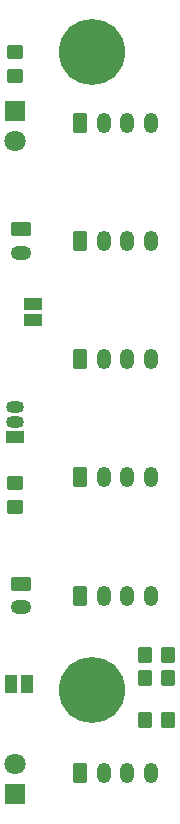
<source format=gbr>
%TF.GenerationSoftware,KiCad,Pcbnew,7.0.2*%
%TF.CreationDate,2023-07-26T10:45:46-04:00*%
%TF.ProjectId,i2csplitter,69326373-706c-4697-9474-65722e6b6963,rev?*%
%TF.SameCoordinates,Original*%
%TF.FileFunction,Soldermask,Top*%
%TF.FilePolarity,Negative*%
%FSLAX46Y46*%
G04 Gerber Fmt 4.6, Leading zero omitted, Abs format (unit mm)*
G04 Created by KiCad (PCBNEW 7.0.2) date 2023-07-26 10:45:46*
%MOMM*%
%LPD*%
G01*
G04 APERTURE LIST*
G04 Aperture macros list*
%AMRoundRect*
0 Rectangle with rounded corners*
0 $1 Rounding radius*
0 $2 $3 $4 $5 $6 $7 $8 $9 X,Y pos of 4 corners*
0 Add a 4 corners polygon primitive as box body*
4,1,4,$2,$3,$4,$5,$6,$7,$8,$9,$2,$3,0*
0 Add four circle primitives for the rounded corners*
1,1,$1+$1,$2,$3*
1,1,$1+$1,$4,$5*
1,1,$1+$1,$6,$7*
1,1,$1+$1,$8,$9*
0 Add four rect primitives between the rounded corners*
20,1,$1+$1,$2,$3,$4,$5,0*
20,1,$1+$1,$4,$5,$6,$7,0*
20,1,$1+$1,$6,$7,$8,$9,0*
20,1,$1+$1,$8,$9,$2,$3,0*%
G04 Aperture macros list end*
%ADD10RoundRect,0.250000X-0.350000X-0.625000X0.350000X-0.625000X0.350000X0.625000X-0.350000X0.625000X0*%
%ADD11O,1.200000X1.750000*%
%ADD12RoundRect,0.250000X-0.350000X-0.450000X0.350000X-0.450000X0.350000X0.450000X-0.350000X0.450000X0*%
%ADD13R,1.800000X1.800000*%
%ADD14C,1.800000*%
%ADD15R,1.500000X1.050000*%
%ADD16O,1.500000X1.050000*%
%ADD17C,5.600000*%
%ADD18RoundRect,0.250000X-0.450000X0.350000X-0.450000X-0.350000X0.450000X-0.350000X0.450000X0.350000X0*%
%ADD19RoundRect,0.250000X-0.625000X0.350000X-0.625000X-0.350000X0.625000X-0.350000X0.625000X0.350000X0*%
%ADD20O,1.750000X1.200000*%
%ADD21RoundRect,0.250000X0.350000X0.450000X-0.350000X0.450000X-0.350000X-0.450000X0.350000X-0.450000X0*%
%ADD22R,1.500000X1.000000*%
%ADD23RoundRect,0.250000X0.450000X-0.350000X0.450000X0.350000X-0.450000X0.350000X-0.450000X-0.350000X0*%
%ADD24R,1.000000X1.500000*%
G04 APERTURE END LIST*
D10*
%TO.C,J4*%
X112000000Y-70000000D03*
D11*
X114000000Y-70000000D03*
X116000000Y-70000000D03*
X118000000Y-70000000D03*
%TD*%
D12*
%TO.C,R5*%
X117500000Y-97000000D03*
X119500000Y-97000000D03*
%TD*%
D13*
%TO.C,D1*%
X106500000Y-106775000D03*
D14*
X106500000Y-104235000D03*
%TD*%
D15*
%TO.C,Q1*%
X106500000Y-76540000D03*
D16*
X106500000Y-75270000D03*
X106500000Y-74000000D03*
%TD*%
D10*
%TO.C,J5*%
X112000000Y-60000000D03*
D11*
X114000000Y-60000000D03*
X116000000Y-60000000D03*
X118000000Y-60000000D03*
%TD*%
D17*
%TO.C,H2*%
X113000000Y-44000000D03*
%TD*%
D18*
%TO.C,R3*%
X106500000Y-44000000D03*
X106500000Y-46000000D03*
%TD*%
D17*
%TO.C,H1*%
X113000000Y-98000000D03*
%TD*%
D19*
%TO.C,J8*%
X107000000Y-59000000D03*
D20*
X107000000Y-61000000D03*
%TD*%
D13*
%TO.C,D2*%
X106500000Y-49000000D03*
D14*
X106500000Y-51540000D03*
%TD*%
D12*
%TO.C,R4*%
X117500000Y-95000000D03*
X119500000Y-95000000D03*
%TD*%
D10*
%TO.C,J2*%
X112000000Y-90000000D03*
D11*
X114000000Y-90000000D03*
X116000000Y-90000000D03*
X118000000Y-90000000D03*
%TD*%
D19*
%TO.C,J7*%
X107000000Y-89000000D03*
D20*
X107000000Y-91000000D03*
%TD*%
D21*
%TO.C,R1*%
X119500000Y-100500000D03*
X117500000Y-100500000D03*
%TD*%
D22*
%TO.C,JP1*%
X108000000Y-66650000D03*
X108000000Y-65350000D03*
%TD*%
D23*
%TO.C,R2*%
X106500000Y-82500000D03*
X106500000Y-80500000D03*
%TD*%
D10*
%TO.C,J3*%
X112000000Y-80000000D03*
D11*
X114000000Y-80000000D03*
X116000000Y-80000000D03*
X118000000Y-80000000D03*
%TD*%
D10*
%TO.C,J1*%
X112000000Y-105000000D03*
D11*
X114000000Y-105000000D03*
X116000000Y-105000000D03*
X118000000Y-105000000D03*
%TD*%
D10*
%TO.C,J6*%
X112000000Y-50000000D03*
D11*
X114000000Y-50000000D03*
X116000000Y-50000000D03*
X118000000Y-50000000D03*
%TD*%
D24*
%TO.C,JP2*%
X106200000Y-97500000D03*
X107500000Y-97500000D03*
%TD*%
M02*

</source>
